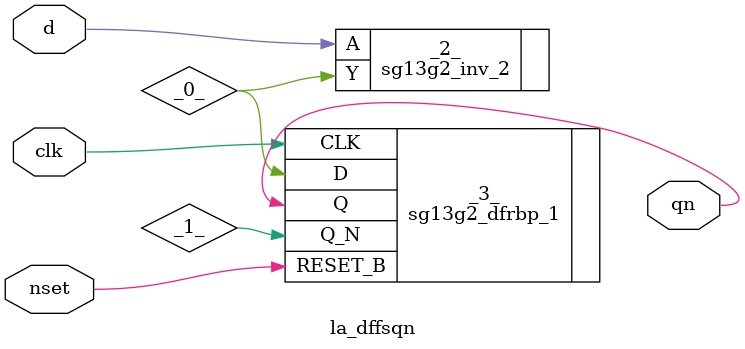
<source format=v>

/* Generated by Yosys 0.44 (git sha1 80ba43d26, g++ 11.4.0-1ubuntu1~22.04 -fPIC -O3) */

(* top =  1  *)
(* src = "inputs/la_dffsqn.v:11.1-24.10" *)
module la_dffsqn (
    d,
    clk,
    nset,
    qn
);
  (* src = "inputs/la_dffsqn.v:20.5-22.23" *)
  wire _0_;
  (* unused_bits = "0" *)
  wire _1_;
  (* src = "inputs/la_dffsqn.v:15.11-15.14" *)
  input clk;
  wire clk;
  (* src = "inputs/la_dffsqn.v:14.11-14.12" *)
  input d;
  wire d;
  (* src = "inputs/la_dffsqn.v:16.11-16.15" *)
  input nset;
  wire nset;
  (* src = "inputs/la_dffsqn.v:17.16-17.18" *)
  output qn;
  wire qn;
  sg13g2_inv_2 _2_ (
      .A(d),
      .Y(_0_)
  );
  (* src = "inputs/la_dffsqn.v:20.5-22.23" *)
  sg13g2_dfrbp_1 _3_ (
      .CLK(clk),
      .D(_0_),
      .Q(qn),
      .Q_N(_1_),
      .RESET_B(nset)
  );
endmodule

</source>
